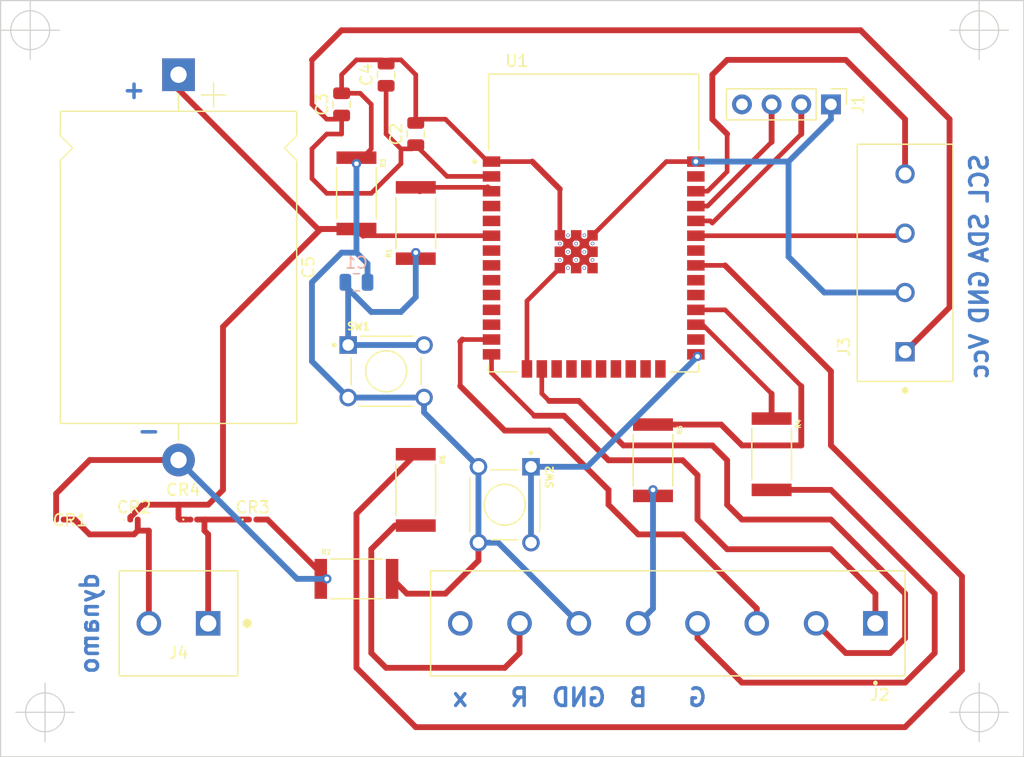
<source format=kicad_pcb>
(kicad_pcb (version 20211014) (generator pcbnew)
  (layers (0 "F.Cu" signal) (31 "B.Cu" signal) (34 "B.Paste" user) (35 "F.Paste" user) (36 "B.SilkS" user "B.Silkscreen") (37 "F.SilkS" user "F.Silkscreen") (38 "B.Mask" user) (39 "F.Mask" user) (44 "Edge.Cuts" user))
  (net 0 "")
  (net 1 "GND")
  (net 2 "Net-(C1-Pad2)")
  (net 3 "Voeding")
  (net 4 "Net-(C5-Pad1)")
  (net 5 "Net-(C5-Pad2)")
  (net 6 "Net-(J4-Pad2)")
  (net 7 "Net-(J4-Pad1)")
  (net 8 "Net-(J1-Pad2)")
  (net 9 "Net-(J1-Pad3)")
  (net 10 "+3V3")
  (net 11 "Net-(U1-Pad14)")
  (net 12 "Net-(U1-Pad16)")
  (net 13 "Net-(U1-Pad13)")
  (net 14 "Net-(J2-Pad4)")
  (net 15 "Net-(J2-Pad5)")
  (net 16 "Net-(J2-Pad7)")
  (net 18 "Net-(U1-Pad33)")
  (net 19 "Net-(U1-Pad36)")
  (net 20 "Net-(R1-Pad2)")
  (net 21 "Net-(U1-Pad27)")
  (net 22 "Net-(U1-Pad28)")
  (net 23 "Net-(U1-Pad31)")
  (net 24 "Net-(SW2-Pad1)")
  (footprint "Diode_SMD:D_0201_0603Metric" (layer "F.Cu") (at 127 68.58 180)
    (fp_text reference "CR1" (at -0.86 -0.05) (layer "F.SilkS"))
    (fp_text value "1N4148W-TP")
    (fp_circle (center -0.86 0) (end -0.81 0) (layer "F.SilkS") (width 0.1) (fill none))
    (pad "1" smd roundrect (at -0.32 0 180) (size 0.46 0.4) (layers "F.Cu" "F.Mask") (net 6 "Net-(J4-Pad2)"))
    (pad "2" smd roundrect (at 0.32 0 180) (size 0.46 0.4) (layers "F.Cu" "F.Mask") (net 5 "Net-(C5-Pad2)"))
  )
  (footprint "282837-4:TE_282837-4" (layer "F.Cu") (at 199.39 54.2125 90)
    (fp_text reference "J3" (at 0.4057 -5.22403 90) (layer "F.SilkS") (effects (font (size 1.001732 1.001732))))
    (fp_text value "pinnen lcd")
    (fp_line (start 17.78 4.1) (end -2.54 4.1) (layer "F.SilkS") (width 0.127))
    (fp_line (start -2.54 4.1) (end -2.54 -4.1) (layer "F.SilkS") (width 0.127))
    (fp_line (start 17.78 -4.1) (end 17.78 4.1) (layer "F.SilkS") (width 0.127))
    (fp_line (start -2.54 -4.1) (end 17.78 -4.1) (layer "F.SilkS") (width 0.127))
    (fp_circle (center -3.31 0) (end -3.16 0) (layer "F.SilkS") (width 0.3) (fill none))
    (pad "1" thru_hole rect locked (at 0 0 90) (size 1.65 1.65) (drill 1.1) (layers *.Cu *.Mask) (net 3 "Voeding"))
    (pad "2" thru_hole circle locked (at 5.08 0 90) (size 1.65 1.65) (drill 1.1) (layers *.Cu *.Mask) (net 1 "GND"))
    (pad "3" thru_hole circle locked (at 10.16 0 90) (size 1.65 1.65) (drill 1.1) (layers *.Cu *.Mask) (net 18 "Net-(U1-Pad33)"))
    (pad "4" thru_hole circle locked (at 15.24 0 90) (size 1.65 1.65) (drill 1.1) (layers *.Cu *.Mask) (net 19 "Net-(U1-Pad36)"))
  )
  (footprint "libraries:RESC6332X65N" (layer "F.Cu") (at 157.48 43.18 90)
    (fp_text reference "R1" (at -2.59 -2.3 90) (layer "F.SilkS") (effects (font (size 0.393701 0.393701))))
    (fp_text value "10k")
    (fp_line (start -2.2 -1.7) (end 2.2 -1.7) (layer "F.SilkS") (width 0.127))
    (fp_line (start -2.2 1.7) (end 2.2 1.7) (layer "F.SilkS") (width 0.127))
    (pad "1" smd rect locked (at -3.055 0 90) (size 1.07 3.42) (layers "F.Cu" "F.Paste" "F.Mask") (net 2 "Net-(C1-Pad2)"))
    (pad "2" smd rect locked (at 3.055 0 90) (size 1.07 3.42) (layers "F.Cu" "F.Paste" "F.Mask") (net 20 "Net-(R1-Pad2)"))
  )
  (footprint "libraries:RESC6332X65N" (layer "F.Cu") (at 157.48 66.04 -90)
    (fp_text reference "R6" (at -2.59 -2.3 90) (layer "F.SilkS") (effects (font (size 0.393701 0.393701))))
    (fp_text value "82")
    (fp_line (start -2.2 -1.7) (end 2.2 -1.7) (layer "F.SilkS") (width 0.127))
    (fp_line (start -2.2 1.7) (end 2.2 1.7) (layer "F.SilkS") (width 0.127))
    (pad "1" smd rect locked (at -3.055 0 270) (size 1.07 3.42) (layers "F.Cu" "F.Paste" "F.Mask") (net 23 "Net-(U1-Pad31)"))
    (pad "2" smd rect locked (at 3.055 0 270) (size 1.07 3.42) (layers "F.Cu" "F.Paste" "F.Mask") (net 16 "Net-(J2-Pad7)"))
  )
  (footprint "Capacitor_SMD:C_0805_2012Metric" (layer "F.Cu") (at 157.48 35.56 90)
    (fp_text reference "C2" (at 0 -1.68 90) (layer "F.SilkS"))
    (fp_text value "220u")
    (fp_line (start -0.261252 0.735) (end 0.261252 0.735) (layer "F.SilkS") (width 0.12))
    (fp_line (start -0.261252 -0.735) (end 0.261252 -0.735) (layer "F.SilkS") (width 0.12))
    (pad "1" smd roundrect (at -0.95 0 90) (size 1 1.45) (layers "F.Cu" "F.Paste" "F.Mask") (net 3 "Voeding"))
    (pad "2" smd roundrect (at 0.95 0 90) (size 1 1.45) (layers "F.Cu" "F.Paste" "F.Mask") (net 1 "GND"))
  )
  (footprint "Capacitor_THT:CP_Axial_L26.5mm_D20.0mm_P33.00mm_Horizontal" (layer "F.Cu") (at 137.16 30.48 -90)
    (fp_text reference "C5" (at 16.5 -11.12 90) (layer "F.SilkS"))
    (fp_text value "1000µ")
    (fp_line (start 5.23 -10.12) (end 6.28 -9.07) (layer "F.SilkS") (width 0.12))
    (fp_line (start 1.64 0) (end 3.13 0) (layer "F.SilkS") (width 0.12))
    (fp_line (start 1.73 -4.05) (end 1.73 -1.95) (layer "F.SilkS") (width 0.12))
    (fp_line (start 31.36 0) (end 29.87 0) (layer "F.SilkS") (width 0.12))
    (fp_line (start 0.68 -3) (end 2.78 -3) (layer "F.SilkS") (width 0.12))
    (fp_line (start 3.13 10.12) (end 5.23 10.12) (layer "F.SilkS") (width 0.12))
    (fp_line (start 29.87 -10.12) (end 29.87 10.12) (layer "F.SilkS") (width 0.12))
    (fp_line (start 3.13 -10.12) (end 5.23 -10.12) (layer "F.SilkS") (width 0.12))
    (fp_line (start 7.33 10.12) (end 29.87 10.12) (layer "F.SilkS") (width 0.12))
    (fp_line (start 7.33 -10.12) (end 29.87 -10.12) (layer "F.SilkS") (width 0.12))
    (fp_line (start 6.28 -9.07) (end 7.33 -10.12) (layer "F.SilkS") (width 0.12))
    (fp_line (start 3.13 -10.12) (end 3.13 10.12) (layer "F.SilkS") (width 0.12))
    (fp_line (start 6.28 9.07) (end 7.33 10.12) (layer "F.SilkS") (width 0.12))
    (fp_line (start 5.23 10.12) (end 6.28 9.07) (layer "F.SilkS") (width 0.12))
    (pad "1" thru_hole rect (at 0 0 270) (size 2.8 2.8) (drill 1.4) (layers *.Cu *.Mask) (net 4 "Net-(C5-Pad1)"))
    (pad "2" thru_hole oval (at 33 0 270) (size 2.8 2.8) (drill 1.4) (layers *.Cu *.Mask) (net 5 "Net-(C5-Pad2)"))
  )
  (footprint "libraries:TE_282841-2" (layer "F.Cu") (at 137.16 77.47 180)
    (fp_text reference "J4" (at 0 -2.54) (layer "F.SilkS") (effects (font (size 1.000984 1.000984))))
    (fp_text value "pinnen dynamo")
    (fp_line (start -5.08 -4.5) (end -5.08 4.5) (layer "F.SilkS") (width 0.127))
    (fp_line (start 5.08 -4.5) (end -5.08 -4.5) (layer "F.SilkS") (width 0.127))
    (fp_line (start 5.08 4.5) (end 5.08 -4.5) (layer "F.SilkS") (width 0.127))
    (fp_line (start -5.08 4.5) (end 5.08 4.5) (layer "F.SilkS") (width 0.127))
    (fp_circle (center -5.89 0) (end -5.69 0) (layer "F.SilkS") (width 0.4) (fill none))
    (pad "1" thru_hole rect locked (at -2.54 0 180) (size 2.1 2.1) (drill 1.4) (layers *.Cu *.Mask) (net 7 "Net-(J4-Pad1)"))
    (pad "2" thru_hole circle locked (at 2.54 0 180) (size 2.1 2.1) (drill 1.4) (layers *.Cu *.Mask) (net 6 "Net-(J4-Pad2)"))
  )
  (footprint "Diode_SMD:D_0201_0603Metric" (layer "F.Cu") (at 138.43 68.58)
    (fp_text reference "CR4" (at -0.86 -2.54) (layer "F.SilkS"))
    (fp_text value "1N4148W-TP")
    (fp_circle (center -0.86 0) (end -0.81 0) (layer "F.SilkS") (width 0.1) (fill none))
    (pad "1" smd roundrect (at -0.32 0) (size 0.46 0.4) (layers "F.Cu" "F.Mask") (net 4 "Net-(C5-Pad1)"))
    (pad "2" smd roundrect (at 0.32 0) (size 0.46 0.4) (layers "F.Cu" "F.Mask") (net 7 "Net-(J4-Pad1)"))
  )
  (footprint "Capacitor_SMD:C_0805_2012Metric" (layer "F.Cu") (at 151.13 33.02 90)
    (fp_text reference "C3" (at 0 -1.68 90) (layer "F.SilkS"))
    (fp_text value "22u")
    (fp_line (start -0.261252 0.735) (end 0.261252 0.735) (layer "F.SilkS") (width 0.12))
    (fp_line (start -0.261252 -0.735) (end 0.261252 -0.735) (layer "F.SilkS") (width 0.12))
    (pad "1" smd roundrect (at -0.95 0 90) (size 1 1.45) (layers "F.Cu" "F.Paste" "F.Mask") (net 3 "Voeding"))
    (pad "2" smd roundrect (at 0.95 0 90) (size 1 1.45) (layers "F.Cu" "F.Paste" "F.Mask") (net 1 "GND"))
  )
  (footprint "Capacitor_SMD:C_0805_2012Metric" (layer "F.Cu") (at 154.94 30.48 90)
    (fp_text reference "C4" (at 0 -1.68 90) (layer "F.SilkS"))
    (fp_text value "0.1u")
    (fp_line (start -0.261252 -0.735) (end 0.261252 -0.735) (layer "F.SilkS") (width 0.12))
    (fp_line (start -0.261252 0.735) (end 0.261252 0.735) (layer "F.SilkS") (width 0.12))
    (pad "1" smd roundrect (at -0.95 0 90) (size 1 1.45) (layers "F.Cu" "F.Paste" "F.Mask") (net 3 "Voeding"))
    (pad "2" smd roundrect (at 0.95 0 90) (size 1 1.45) (layers "F.Cu" "F.Paste" "F.Mask") (net 1 "GND"))
  )
  (footprint "libraries:RESC6332X65N" (layer "F.Cu") (at 177.8 63.5 -90)
    (fp_text reference "R5" (at -2.59 -2.3 90) (layer "F.SilkS") (effects (font (size 0.393701 0.393701))))
    (fp_text value "82")
    (fp_line (start -2.2 -1.7) (end 2.2 -1.7) (layer "F.SilkS") (width 0.127))
    (fp_line (start -2.2 1.7) (end 2.2 1.7) (layer "F.SilkS") (width 0.127))
    (pad "1" smd rect locked (at -3.055 0 270) (size 1.07 3.42) (layers "F.Cu" "F.Paste" "F.Mask") (net 22 "Net-(U1-Pad28)"))
    (pad "2" smd rect locked (at 3.055 0 270) (size 1.07 3.42) (layers "F.Cu" "F.Paste" "F.Mask") (net 15 "Net-(J2-Pad5)"))
  )
  (footprint "libraries:RESC6332X65N" (layer "F.Cu") (at 152.4 40.64 -90)
    (fp_text reference "R3" (at -2.59 -2.3 90) (layer "F.SilkS") (effects (font (size 0.393701 0.393701))))
    (fp_text value "120")
    (fp_line (start -2.2 1.7) (end 2.2 1.7) (layer "F.SilkS") (width 0.127))
    (fp_line (start -2.2 -1.7) (end 2.2 -1.7) (layer "F.SilkS") (width 0.127))
    (pad "1" smd rect locked (at -3.055 0 270) (size 1.07 3.42) (layers "F.Cu" "F.Paste" "F.Mask") (net 1 "GND"))
    (pad "2" smd rect locked (at 3.055 0 270) (size 1.07 3.42) (layers "F.Cu" "F.Paste" "F.Mask") (net 4 "Net-(C5-Pad1)"))
  )
  (footprint "libraries:SW_1825910-6-4" (layer "F.Cu") (at 165.1 67.31 -90)
    (fp_text reference "SW2" (at -2.3627 -3.844398 90) (layer "F.SilkS") (effects (font (size 0.630643 0.630643))))
    (fp_text value "BOOT")
    (fp_line (start -2.995 -1.15) (end -2.995 1.15) (layer "F.SilkS") (width 0.127))
    (fp_line (start 3 -1.15) (end 3 1.15) (layer "F.SilkS") (width 0.127))
    (fp_line (start -2.2 -2.995) (end 2.3 -2.995) (layer "F.SilkS") (width 0.127))
    (fp_line (start 2.3 2.995) (end -2.3 2.995) (layer "F.SilkS") (width 0.127))
    (fp_circle (center -4.445 -2.25) (end -4.345 -2.25) (layer "F.SilkS") (width 0.2) (fill none))
    (fp_circle (center 0 0) (end 1.755 0) (layer "F.SilkS") (width 0.127) (fill none))
    (pad "1" thru_hole rect locked (at -3.25 -2.25 270) (size 1.498 1.498) (drill 0.99) (layers *.Cu *.Mask) (net 24 "Net-(SW2-Pad1)"))
    (pad "2" thru_hole circle locked (at 3.25 -2.25 270) (size 1.498 1.498) (drill 0.99) (layers *.Cu *.Mask) (net 24 "Net-(SW2-Pad1)"))
    (pad "3" thru_hole circle locked (at -3.25 2.25 270) (size 1.498 1.498) (drill 0.99) (layers *.Cu *.Mask) (net 1 "GND"))
    (pad "4" thru_hole circle locked (at 3.25 2.25 270) (size 1.498 1.498) (drill 0.99) (layers *.Cu *.Mask) (net 1 "GND"))
  )
  (footprint "Diode_SMD:D_0201_0603Metric" (layer "F.Cu") (at 143.51 68.58)
    (fp_text reference "CR3" (at 0 -1.05) (layer "F.SilkS"))
    (fp_text value "1N4148W-TP")
    (fp_circle (center -0.86 0) (end -0.81 0) (layer "F.SilkS") (width 0.1) (fill none))
    (pad "1" smd roundrect (at -0.32 0) (size 0.46 0.4) (layers "F.Cu" "F.Mask") (net 7 "Net-(J4-Pad1)"))
    (pad "2" smd roundrect (at 0.32 0) (size 0.46 0.4) (layers "F.Cu" "F.Mask") (net 5 "Net-(C5-Pad2)"))
  )
  (footprint "libraries:XCVR_ESP32-WROOM-32E_(16MB)" (layer "F.Cu") (at 172.72 43.18)
    (fp_text reference "U1" (at -6.575 -13.885) (layer "F.SilkS"))
    (fp_text value "ESP32-WROOM-32E_(16MB)")
    (fp_line (start 6.55 12.75) (end 9 12.75) (layer "F.SilkS") (width 0.127))
    (fp_line (start -9 12.1) (end -9 12.75) (layer "F.SilkS") (width 0.127))
    (fp_line (start 9 12.75) (end 9 12.1) (layer "F.SilkS") (width 0.127))
    (fp_line (start -9 -12.75) (end 9 -12.75) (layer "F.SilkS") (width 0.127))
    (fp_line (start -9 -6.25) (end -9 -12.75) (layer "F.SilkS") (width 0.127))
    (fp_line (start -9 12.75) (end -6.55 12.75) (layer "F.SilkS") (width 0.127))
    (fp_line (start 9 -12.75) (end 9 -6.25) (layer "F.SilkS") (width 0.127))
    (fp_circle (center -10.2 -5.26) (end -10.1 -5.26) (layer "F.SilkS") (width 0.2) (fill none))
    (pad "1" smd rect locked (at -8.75 -5.26) (size 1.5 0.9) (layers "F.Cu" "F.Paste" "F.Mask") (net 1 "GND"))
    (pad "2" smd rect locked (at -8.75 -3.99) (size 1.5 0.9) (layers "F.Cu" "F.Paste" "F.Mask") (net 3 "Voeding"))
    (pad "3" smd rect locked (at -8.75 -2.72) (size 1.5 0.9) (layers "F.Cu" "F.Paste" "F.Mask") (net 20 "Net-(R1-Pad2)"))
    (pad "4" smd rect locked (at -8.75 -1.45) (size 1.5 0.9) (layers "F.Cu" "F.Paste" "F.Mask"))
    (pad "5" smd rect locked (at -8.75 -0.18) (size 1.5 0.9) (layers "F.Cu" "F.Paste" "F.Mask"))
    (pad "6" smd rect locked (at -8.75 1.09) (size 1.5 0.9) (layers "F.Cu" "F.Paste" "F.Mask") (net 4 "Net-(C5-Pad1)"))
    (pad "7" smd rect locked (at -8.75 2.36) (size 1.5 0.9) (layers "F.Cu" "F.Paste" "F.Mask"))
    (pad "8" smd rect locked (at -8.75 3.63) (size 1.5 0.9) (layers "F.Cu" "F.Paste" "F.Mask"))
    (pad "9" smd rect locked (at -8.75 4.9) (size 1.5 0.9) (layers "F.Cu" "F.Paste" "F.Mask"))
    (pad "10" smd rect locked (at -8.75 6.17) (size 1.5 0.9) (layers "F.Cu" "F.Paste" "F.Mask"))
    (pad "11" smd rect locked (at -8.75 7.44) (size 1.5 0.9) (layers "F.Cu" "F.Paste" "F.Mask"))
    (pad "12" smd rect locked (at -8.75 8.71) (size 1.5 0.9) (layers "F.Cu" "F.Paste" "F.Mask"))
    (pad "13" smd rect locked (at -8.75 9.98) (size 1.5 0.9) (layers "F.Cu" "F.Paste" "F.Mask") (net 13 "Net-(U1-Pad13)"))
    (pad "14" smd rect locked (at -8.75 11.25) (size 1.5 0.9) (layers "F.Cu" "F.Paste" "F.Mask") (net 11 "Net-(U1-Pad14)"))
    (pad "15" smd rect locked (at -5.715 12.5) (size 0.9 1.5) (layers "F.Cu" "F.Paste" "F.Mask") (net 1 "GND"))
    (pad "16" smd rect locked (at -4.445 12.5) (size 0.9 1.5) (layers "F.Cu" "F.Paste" "F.Mask") (net 12 "Net-(U1-Pad16)"))
    (pad "17" smd rect locked (at -3.175 12.5) (size 0.9 1.5) (layers "F.Cu" "F.Paste" "F.Mask"))
    (pad "18" smd rect locked (at -1.905 12.5) (size 0.9 1.5) (layers "F.Cu" "F.Paste" "F.Mask"))
    (pad "19" smd rect locked (at -0.635 12.5) (size 0.9 1.5) (layers "F.Cu" "F.Paste" "F.Mask"))
    (pad "20" smd rect locked (at 0.635 12.5) (size 0.9 1.5) (layers "F.Cu" "F.Paste" "F.Mask"))
    (pad "21" smd rect locked (at 1.905 12.5) (size 0.9 1.5) (layers "F.Cu" "F.Paste" "F.Mask"))
    (pad "22" smd rect locked (at 3.175 12.5) (size 0.9 1.5) (layers "F.Cu" "F.Paste" "F.Mask"))
    (pad "23" smd rect locked (at 4.445 12.5) (size 0.9 1.5) (layers "F.Cu" "F.Paste" "F.Mask"))
    (pad "24" smd rect locked (at 5.715 12.5) (size 0.9 1.5) (layers "F.Cu" "F.Paste" "F.Mask"))
    (pad "25" smd rect locked (at 8.75 11.25) (size 1.5 0.9) (layers "F.Cu" "F.Paste" "F.Mask") (net 24 "Net-(SW2-Pad1)"))
    (pad "26" smd rect locked (at 8.75 9.98) (size 1.5 0.9) (layers "F.Cu" "F.Paste" "F.Mask"))
    (pad "27" smd rect locked (at 8.75 8.71) (size 1.5 0.9) (layers "F.Cu" "F.Paste" "F.Mask") (net 21 "Net-(U1-Pad27)"))
    (pad "28" smd rect locked (at 8.75 7.44) (size 1.5 0.9) (layers "F.Cu" "F.Paste" "F.Mask") (net 22 "Net-(U1-Pad28)"))
    (pad "29" smd rect locked (at 8.75 6.17) (size 1.5 0.9) (layers "F.Cu" "F.Paste" "F.Mask"))
    (pad "30" smd rect locked (at 8.75 4.9) (size 1.5 0.9) (layers "F.Cu" "F.Paste" "F.Mask"))
    (pad "31" smd rect locked (at 8.75 3.63) (size 1.5 0.9) (layers "F.Cu" "F.Paste" "F.Mask") (net 23 "Net-(U1-Pad31)"))
    (pad "32" smd rect locked (at 8.75 2.36) (size 1.5 0.9) (layers "F.Cu" "F.Paste" "F.Mask"))
    (pad "33" smd rect locked (at 8.75 1.09) (size 1.5 0.9) (layers "F.Cu" "F.Paste" "F.Mask") (net 18 "Net-(U1-Pad33)"))
    (pad "34" smd rect locked (at 8.75 -0.18) (size 1.5 0.9) (layers "F.Cu" "F.Paste" "F.Mask") (net 8 "Net-(J1-Pad2)"))
    (pad "35" smd rect locked (at 8.75 -1.45) (size 1.5 0.9) (layers "F.Cu" "F.Paste" "F.Mask") (net 9 "Net-(J1-Pad3)"))
    (pad "36" smd rect locked (at 8.75 -2.72) (size 1.5 0.9) (layers "F.Cu" "F.Paste" "F.Mask") (net 19 "Net-(U1-Pad36)"))
    (pad "37" smd rect locked (at 8.75 -3.99) (size 1.5 0.9) (layers "F.Cu" "F.Paste" "F.Mask"))
    (pad "38" smd rect locked (at 8.75 -5.26) (size 1.5 0.9) (layers "F.Cu" "F.Paste" "F.Mask") (net 1 "GND"))
    (pad "39_1" smd rect locked (at -2.9 1.06) (size 0.9 0.9) (layers "F.Cu" "F.Paste" "F.Mask") (net 1 "GND"))
    (pad "39_2" smd rect locked (at -1.5 1.06) (size 0.9 0.9) (layers "F.Cu" "F.Paste" "F.Mask") (net 1 "GND"))
    (pad "39_3" smd rect locked (at -0.1 1.06) (size 0.9 0.9) (layers "F.Cu" "F.Paste" "F.Mask") (net 1 "GND"))
    (pad "39_4" smd rect locked (at -2.9 2.46) (size 0.9 0.9) (layers "F.Cu" "F.Paste" "F.Mask") (net 1 "GND"))
    (pad "39_5" smd rect locked (at -1.5 2.46) (size 0.9 0.9) (layers "F.Cu" "F.Paste" "F.Mask") (net 1 "GND"))
    (pad "39_6" smd rect locked (at -0.1 2.46) (size 0.9 0.9) (layers "F.Cu" "F.Paste" "F.Mask") (net 1 "GND"))
    (pad "39_7" smd rect locked (at -2.9 3.86) (size 0.9 0.9) (layers "F.Cu" "F.Paste" "F.Mask") (net 1 "GND"))
    (pad "39_8" smd rect locked (at -1.5 3.86) (size 0.9 0.9) (layers "F.Cu" "F.Paste" "F.Mask") (net 1 "GND"))
    (pad "39_9" smd rect locked (at -0.1 3.86) (size 0.9 0.9) (layers "F.Cu" "F.Paste" "F.Mask") (net 1 "GND"))
    (pad "39_10" thru_hole circle locked (at -2.2 1.06) (size 0.3 0.3) (drill 0.2) (layers *.Cu))
    (pad "39_11" thru_hole circle locked (at -0.8 1.06) (size 0.3 0.3) (drill 0.2) (layers *.Cu))
    (pad "39_12" thru_hole circle locked (at -2.9 1.76) (size 0.3 0.3) (drill 0.2) (layers *.Cu))
    (pad "39_13" thru_hole circle locked (at -1.5 1.76) (size 0.3 0.3) (drill 0.2) (layers *.Cu))
    (pad "39_14" thru_hole circle locked (at -0.1 1.76) (size 0.3 0.3) (drill 0.2) (layers *.Cu))
    (pad "39_15" thru_hole circle locked (at -2.2 2.46) (size 0.3 0.3) (drill 0.2) (layers *.Cu))
    (pad "39_16" thru_hole circle locked (at -0.8 2.46) (size 0.3 0.3) (drill 0.2) (layers *.Cu))
    (pad "39_17" thru_hole circle locked (at -2.9 3.16) (size 0.3 0.3) (drill 0.2) (layers *.Cu))
    (pad "39_18" thru_hole circle locked (at -1.5 3.16) (size 0.3 0.3) (drill 0.2) (layers *.Cu))
    (pad "39_19" thru_hole circle locked (at -0.1 3.16) (size 0.3 0.3) (drill 0.2) (layers *.Cu))
    (pad "39_20" thru_hole circle locked (at -2.2 3.86) (size 0.3 0.3) (drill 0.2) (layers *.Cu))
    (pad "39_21" thru_hole circle locked (at -0.8 3.86) (size 0.3 0.3) (drill 0.2) (layers *.Cu))
  )
  (footprint "libraries:RESC6332X65N" (layer "F.Cu") (at 187.96 62.985 -90)
    (fp_text reference "R4" (at -2.59 -2.3 90) (layer "F.SilkS") (effects (font (size 0.393701 0.393701))))
    (fp_text value "82")
    (fp_line (start -2.2 1.7) (end 2.2 1.7) (layer "F.SilkS") (width 0.127))
    (fp_line (start -2.2 -1.7) (end 2.2 -1.7) (layer "F.SilkS") (width 0.127))
    (pad "1" smd rect locked (at -3.055 0 270) (size 1.07 3.42) (layers "F.Cu" "F.Paste" "F.Mask") (net 21 "Net-(U1-Pad27)"))
    (pad "2" smd rect locked (at 3.055 0 270) (size 1.07 3.42) (layers "F.Cu" "F.Paste" "F.Mask") (net 14 "Net-(J2-Pad4)"))
  )
  (footprint "libraries:RESC6332X65N" (layer "F.Cu") (at 152.4 73.66)
    (fp_text reference "R2" (at -2.59 -2.3) (layer "F.SilkS") (effects (font (size 0.393701 0.393701))))
    (fp_text value "560")
    (fp_line (start -2.2 -1.7) (end 2.2 -1.7) (layer "F.SilkS") (width 0.127))
    (fp_line (start -2.2 1.7) (end 2.2 1.7) (layer "F.SilkS") (width 0.127))
    (pad "1" smd rect locked (at -3.055 0) (size 1.07 3.42) (layers "F.Cu" "F.Paste" "F.Mask") (net 5 "Net-(C5-Pad2)"))
    (pad "2" smd rect locked (at 3.055 0) (size 1.07 3.42) (layers "F.Cu" "F.Paste" "F.Mask") (net 1 "GND"))
  )
  (footprint "Diode_SMD:D_0201_0603Metric" (layer "F.Cu") (at 133.35 68.58)
    (fp_text reference "CR2" (at 0 -1.05) (layer "F.SilkS"))
    (fp_text value "1N4148W-TP")
    (fp_circle (center -0.86 0) (end -0.81 0) (layer "F.SilkS") (width 0.1) (fill none))
    (pad "1" smd roundrect locked (at -0.32 0) (size 0.46 0.4) (layers "F.Cu" "F.Mask") (net 4 "Net-(C5-Pad1)"))
    (pad "2" smd roundrect locked (at 0.32 0) (size 0.46 0.4) (layers "F.Cu" "F.Mask") (net 6 "Net-(J4-Pad2)"))
  )
  (footprint "libraries:TE_282841-8" (layer "F.Cu") (at 179.07 77.47 180)
    (fp_text reference "J2" (at -18.145 -6.135) (layer "F.SilkS"))
    (fp_text value "pinnen 3 witte leds, 1 rgb led")
    (fp_line (start 20.32 4.5) (end -20.32 4.5) (layer "F.SilkS") (width 0.127))
    (fp_line (start -20.32 4.5) (end -20.32 -4.5) (layer "F.SilkS") (width 0.127))
    (fp_line (start -20.32 -4.5) (end 20.32 -4.5) (layer "F.SilkS") (width 0.127))
    (fp_line (start 20.32 -4.5) (end 20.32 4.5) (layer "F.SilkS") (width 0.127))
    (fp_circle (center -17.78 -5.1) (end -17.68 -5.1) (layer "F.SilkS") (width 0.2) (fill none))
    (pad "1" thru_hole rect locked (at -17.78 0 180) (size 2.1 2.1) (drill 1.4) (layers *.Cu *.Mask) (net 11 "Net-(U1-Pad14)"))
    (pad "2" thru_hole circle locked (at -12.7 0 180) (size 2.1 2.1) (drill 1.4) (layers *.Cu *.Mask) (net 12 "Net-(U1-Pad16)"))
    (pad "3" thru_hole circle locked (at -7.62 0 180) (size 2.1 2.1) (drill 1.4) (layers *.Cu *.Mask) (net 13 "Net-(U1-Pad13)"))
    (pad "4" thru_hole circle locked (at -2.54 0 180) (size 2.1 2.1) (drill 1.4) (layers *.Cu *.Mask) (net 14 "Net-(J2-Pad4)"))
    (pad "5" thru_hole circle locked (at 2.54 0 180) (size 2.1 2.1) (drill 1.4) (layers *.Cu *.Mask) (net 15 "Net-(J2-Pad5)"))
    (pad "6" thru_hole circle locked (at 7.62 0 180) (size 2.1 2.1) (drill 1.4) (layers *.Cu *.Mask) (net 1 "GND"))
    (pad "7" thru_hole circle locked (at 12.7 0 180) (size 2.1 2.1) (drill 1.4) (layers *.Cu *.Mask) (net 16 "Net-(J2-Pad7)"))
    (pad "8" thru_hole circle locked (at 17.78 0 180) (size 2.1 2.1) (drill 1.4) (layers *.Cu *.Mask))
  )
  (footprint "Connector_PinHeader_2.54mm:PinHeader_1x04_P2.54mm_Vertical" (layer "F.Cu") (at 193.04 33.02 -90)
    (fp_text reference "J1" (at 0 -2.33 90) (layer "F.SilkS"))
    (fp_text value "Conn_01x04_Female")
    (fp_line (start -1.33 1.27) (end 1.33 1.27) (layer "F.SilkS") (width 0.12))
    (fp_line (start -1.33 0) (end -1.33 -1.33) (layer "F.SilkS") (width 0.12))
    (fp_line (start 1.33 1.27) (end 1.33 8.95) (layer "F.SilkS") (width 0.12))
    (fp_line (start -1.33 1.27) (end -1.33 8.95) (layer "F.SilkS") (width 0.12))
    (fp_line (start -1.33 -1.33) (end 0 -1.33) (layer "F.SilkS") (width 0.12))
    (fp_line (start -1.33 8.95) (end 1.33 8.95) (layer "F.SilkS") (width 0.12))
    (pad "1" thru_hole rect (at 0 0 270) (size 1.7 1.7) (drill 1) (layers *.Cu *.Mask) (net 1 "GND"))
    (pad "2" thru_hole oval (at 0 2.54 270) (size 1.7 1.7) (drill 1) (layers *.Cu *.Mask) (net 8 "Net-(J1-Pad2)"))
    (pad "3" thru_hole oval (at 0 5.08 270) (size 1.7 1.7) (drill 1) (layers *.Cu *.Mask) (net 9 "Net-(J1-Pad3)"))
    (pad "4" thru_hole oval (at 0 7.62 270) (size 1.7 1.7) (drill 1) (layers *.Cu *.Mask) (net 10 "+3V3"))
  )
  (footprint "libraries:SW_1825910-6-4" (layer "F.Cu") (at 154.94 55.88)
    (fp_text reference "SW1" (at -2.3627 -3.844398) (layer "F.SilkS") (effects (font (size 0.630643 0.630643))))
    (fp_text value "ENABLE")
    (fp_line (start 2.3 2.995) (end -2.3 2.995) (layer "F.SilkS") (width 0.127))
    (fp_line (start 3 -1.15) (end 3 1.15) (layer "F.SilkS") (width 0.127))
    (fp_line (start -2.2 -2.995) (end 2.3 -2.995) (layer "F.SilkS") (width 0.127))
    (fp_line (start -2.995 -1.15) (end -2.995 1.15) (layer "F.SilkS") (width 0.127))
    (fp_circle (center -4.445 -2.25) (end -4.345 -2.25) (layer "F.SilkS") (width 0.2) (fill none))
    (fp_circle (center 0 0) (end 1.755 0) (layer "F.SilkS") (width 0.127) (fill none))
    (pad "1" thru_hole rect locked (at -3.25 -2.25) (size 1.498 1.498) (drill 0.99) (layers *.Cu *.Mask) (net 2 "Net-(C1-Pad2)"))
    (pad "2" thru_hole circle locked (at 3.25 -2.25) (size 1.498 1.498) (drill 0.99) (layers *.Cu *.Mask) (net 2 "Net-(C1-Pad2)"))
    (pad "3" thru_hole circle locked (at -3.25 2.25) (size 1.498 1.498) (drill 0.99) (layers *.Cu *.Mask) (net 1 "GND"))
    (pad "4" thru_hole circle locked (at 3.25 2.25) (size 1.498 1.498) (drill 0.99) (layers *.Cu *.Mask) (net 1 "GND"))
  )
  (footprint "Capacitor_SMD:C_0805_2012Metric" (layer "B.Cu") (at 152.4 48.26 180)
    (fp_text reference "C1" (at 0 1.68) (layer "B.SilkS") (effects (justify mirror)))
    (fp_text value "1u")
    (fp_line (start -0.261252 -0.735) (end 0.261252 -0.735) (layer "B.SilkS") (width 0.12))
    (fp_line (start -0.261252 0.735) (end 0.261252 0.735) (layer "B.SilkS") (width 0.12))
    (pad "1" smd roundrect locked (at -0.95 0 180) (size 1 1.45) (layers "B.Cu" "B.Paste" "B.Mask") (net 1 "GND"))
    (pad "2" smd roundrect locked (at 0.95 0 180) (size 1 1.45) (layers "B.Cu" "B.Paste" "B.Mask") (net 2 "Net-(C1-Pad2)"))
  )
  (gr_rect (start 121.92 24.13) (end 209.55 88.9) (layer "Edge.Cuts") (width 0.1) (fill none))
  (gr_text "dynamo" (at 129.54 77.47 90) (layer "B.Cu") (effects (font (size 1.5 1.5) (thickness 0.3)) (justify mirror)))
  (gr_text "Vcc" (at 205.74 54.61 90) (layer "B.Cu") (effects (font (size 1.5 1.5) (thickness 0.3)) (justify mirror)))
  (gr_text "GND" (at 171.45 83.82) (layer "B.Cu") (effects (font (size 1.5 1.5) (thickness 0.3)) (justify mirror)))
  (gr_text "B" (at 176.53 83.82) (layer "B.Cu") (effects (font (size 1.5 1.5) (thickness 0.3)) (justify mirror)))
  (gr_text "-\n" (at 134.62 60.96) (layer "B.Cu") (effects (font (size 1.5 1.5) (thickness 0.3)) (justify mirror)))
  (gr_text "GND" (at 205.74 49.53 90) (layer "B.Cu") (effects (font (size 1.5 1.5) (thickness 0.3)) (justify mirror)))
  (gr_text "R" (at 166.37 83.82) (layer "B.Cu") (effects (font (size 1.5 1.5) (thickness 0.3)) (justify mirror)))
  (gr_text "SCL" (at 205.74 39.37 90) (layer "B.Cu") (effects (font (size 1.5 1.5) (thickness 0.3)) (justify mirror)))
  (gr_text "+" (at 133.35 31.75) (layer "B.Cu") (effects (font (size 1.5 1.5) (thickness 0.3)) (justify mirror)))
  (gr_text "G" (at 181.61 83.82) (layer "B.Cu") (effects (font (size 1.5 1.5) (thickness 0.3)) (justify mirror)))
  (gr_text "SDA" (at 205.74 44.45 90) (layer "B.Cu") (effects (font (size 1.5 1.5) (thickness 0.3)) (justify mirror)))
  (gr_text "x" (at 161.29 83.82) (layer "B.Cu") (effects (font (size 1.5 1.5) (thickness 0.3)) (justify mirror)))
  (target plus (at 205.74 85.09) (size 5) (width 0.1) (layer "Edge.Cuts"))
  (target plus (at 125.73 85.09) (size 5) (width 0.1) (layer "Edge.Cuts"))
  (target plus (at 124.46 26.67) (size 5) (width 0.1) (layer "Edge.Cuts"))
  (target plus (at 205.74 26.67) (size 5) (width 0.1) (layer "Edge.Cuts"))
  (segment (start 172.125479 46.545479) (end 172.125479 46.134521) (width 0.4) (layer "F.Cu") (net 1))
  (segment (start 160.02 34.29) (end 157.8 34.29) (width 0.4) (layer "F.Cu") (net 1))
  (segment (start 169.82 40.28) (end 167.46 37.92) (width 0.5) (layer "F.Cu") (net 1))
  (segment (start 169.82 47.04) (end 167.005 49.855) (width 0.4) (layer "F.Cu") (net 1))
  (segment (start 156.21 29.21) (end 155.26 29.21) (width 0.4) (layer "F.Cu") (net 1))
  (segment (start 170.725479 44.734521) (end 171.22 44.24) (width 0.4) (layer "F.Cu") (net 1))
  (segment (start 170.314521 46.134521) (end 170.314521 46.54612) (width 0.4) (layer "F.Cu") (net 1))
  (segment (start 171.22 47.04) (end 171.714521 46.545479) (width 0.4) (layer "F.Cu") (net 1))
  (segment (start 170.725479 45.145479) (end 170.314521 45.145479) (width 0.4) (layer "F.Cu") (net 1))
  (segment (start 169.82 44.24) (end 169.820641 44.24) (width 0.4) (layer "F.Cu") (net 1))
  (segment (start 170.725479 46.545479) (end 171.22 47.04) (width 0.4) (layer "F.Cu") (net 1))
  (segment (start 171.715162 46.134521) (end 172.125479 46.134521) (width 0.4) (layer "F.Cu") (net 1))
  (segment (start 172.125479 45.145479) (end 172.125479 44.734521) (width 0.4) (layer "F.Cu") (net 1))
  (segment (start 172.125479 44.734521) (end 172.62 44.24) (width 0.4) (layer "F.Cu") (net 1))
  (segment (start 171.714521 45.145479) (end 172.125479 45.145479) (width 0.4) (layer "F.Cu") (net 1))
  (segment (start 171.22 44.24) (end 171.714521 44.734521) (width 0.4) (layer "F.Cu") (net 1))
  (segment (start 167.46 37.92) (end 163.97 37.92) (width 0.4) (layer "F.Cu") (net 1))
  (segment (start 152.4 38.1) (end 153.67 36.83) (width 0.4) (layer "F.Cu") (net 1))
  (segment (start 170.314521 46.54612) (end 170.025479 46.835162) (width 0.4) (layer "F.Cu") (net 1))
  (segment (start 172.62 45.64) (end 172.125479 45.145479) (width 0.4) (layer "F.Cu") (net 1))
  (segment (start 171.22 45.64) (end 170.725479 45.145479) (width 0.4) (layer "F.Cu") (net 1))
  (segment (start 170.314521 45.145479) (end 169.82 45.64) (width 0.4) (layer "F.Cu") (net 1))
  (segment (start 169.82 44.24) (end 169.82 40.28) (width 0.4) (layer "F.Cu") (net 1))
  (segment (start 170.314521 45.145479) (end 170.314521 44.734521) (width 0.4) (layer "F.Cu") (net 1))
  (segment (start 170.314521 46.134521) (end 170.725479 46.134521) (width 0.4) (layer "F.Cu") (net 1))
  (segment (start 163.97 37.92) (end 163.65 37.92) (width 0.5) (layer "F.Cu") (net 1))
  (segment (start 178.94 37.92) (end 181.47 37.92) (width 0.4) (layer "F.Cu") (net 1))
  (segment (start 171.219359 45.64) (end 170.724838 45.145479) (width 0.4) (layer "F.Cu") (net 1))
  (segment (start 170.724838 45.145479) (end 170.724838 44.735162) (width 0.4) (layer "F.Cu") (net 1))
  (segment (start 152.72 32.07) (end 151.13 32.07) (width 0.4) (layer "F.Cu") (net 1))
  (segment (start 171.714521 46.134521) (end 171.22 45.64) (width 0.4) (layer "F.Cu") (net 1))
  (segment (start 171.22 45.64) (end 171.714521 45.145479) (width 0.4) (layer "F.Cu") (net 1))
  (segment (start 170.725479 46.134521) (end 171.22 45.64) (width 0.4) (layer "F.Cu") (net 1))
  (segment (start 170.314521 44.734521) (end 170.725479 44.734521) (width 0.4) (layer "F.Cu") (net 1))
  (segment (start 153.67 33.02) (end 152.72 32.07) (width 0.4) (layer "F.Cu") (net 1))
  (segment (start 172.62 47.04) (end 172.125479 46.545479) (width 0.4) (layer "F.Cu") (net 1))
  (segment (start 169.82 44.24) (end 170.314521 44.734521) (width 0.4) (layer "F.Cu") (net 1))
  (segment (start 172.125479 46.545479) (end 171.714521 46.545479) (width 0.4) (layer "F.Cu") (net 1))
  (segment (start 162.85 72.1) (end 162.85 70.56) (width 0.5) (layer "F.Cu") (net 1))
  (segment (start 171.22 45.64) (end 171.219359 45.64) (width 0.4) (layer "F.Cu") (net 1))
  (segment (start 171.714521 44.734521) (end 172.125479 44.734521) (width 0.4) (layer "F.Cu") (net 1))
  (segment (start 172.83 44.45) (end 172.72 44.45) (width 0.4) (layer "F.Cu") (net 1))
  (segment (start 163.65 37.92) (end 160.02 34.29) (width 0.4) (layer "F.Cu") (net 1))
  (segment (start 167.005 49.855) (end 167.005 55.68) (width 0.4) (layer "F.Cu") (net 1))
  (segment (start 169.975479 47.04) (end 169.82 47.04) (width 0.4) (layer "F.Cu") (net 1))
  (segment (start 151.13 30.48) (end 152.4 29.21) (width 0.4) (layer "F.Cu") (net 1))
  (segment (start 152.4 29.21) (end 154.62 29.21) (width 0.4) (layer "F.Cu") (net 1))
  (segment (start 157.48 34.61) (end 157.48 30.48) (width 0.4) (layer "F.Cu") (net 1))
  (segment (start 170.314521 46.545479) (end 170.725479 46.545479) (width 0.4) (layer "F.Cu") (net 1))
  (segment (start 172.125479 46.134521) (end 172.62 45.64) (width 0.4) (layer "F.Cu") (net 1))
  (segment (start 155.455 73.66) (end 156.725 74.93) (width 0.5) (layer "F.Cu") (net 1))
  (segment (start 170.724838 44.735162) (end 171.22 44.24) (width 0.4) (layer "F.Cu") (net 1))
  (segment (start 169.820641 44.24) (end 170.105321 44.52468) (width 0.4) (layer "F.Cu") (net 1))
  (segment (start 171.220641 45.64) (end 171.715162 46.134521) (width 0.4) (layer "F.Cu") (net 1))
  (segment (start 170.725479 46.135162) (end 170.725479 46.545479) (width 0.4) (layer "F.Cu") (net 1))
  (segment (start 172.62 44.24) (end 178.94 37.92) (width 0.4) (layer "F.Cu") (net 1))
  (segment (start 157.48 30.48) (end 156.21 29.21) (width 0.4) (layer "F.Cu") (net 1))
  (segment (start 171.220641 45.64) (end 170.725479 46.135162) (width 0.4) (layer "F.Cu") (net 1))
  (segment (start 170.724838 45.145479) (end 170.314521 45.145479) (width 0.4) (layer "F.Cu") (net 1))
  (segment (start 153.67 36.83) (end 153.67 33.02) (width 0.4) (layer "F.Cu") (net 1))
  (segment (start 160.02 74.93) (end 162.85 72.1) (width 0.5) (layer "F.Cu") (net 1))
  (segment (start 151.13 32.07) (end 151.13 30.48) (width 0.4) (layer "F.Cu") (net 1))
  (segment (start 156.725 74.93) (end 160.02 74.93) (width 0.5) (layer "F.Cu") (net 1))
  (segment (start 170.025479 46.835162) (end 170.025479 46.99) (width 0.4) (layer "F.Cu") (net 1))
  (segment (start 171.714521 46.545479) (end 171.714521 46.134521) (width 0.4) (layer "F.Cu") (net 1))
  (segment (start 171.714521 45.145479) (end 171.714521 44.734521) (width 0.4) (layer "F.Cu") (net 1))
  (segment (start 171.22 45.64) (end 171.220641 45.64) (width 0.4) (layer "F.Cu") (net 1))
  (segment (start 169.82 47.04) (end 170.314521 46.545479) (width 0.4) (layer "F.Cu") (net 1))
  (segment (start 155.26 29.21) (end 154.94 29.53) (width 0.4) (layer "F.Cu") (net 1))
  (segment (start 170.025479 46.99) (end 169.975479 47.04) (width 0.4) (layer "F.Cu") (net 1))
  (segment (start 169.82 45.64) (end 170.314521 46.134521) (width 0.4) (layer "F.Cu") (net 1))
  (via (at 152.4 38.1) (size 0.8) (drill 0.4) (layers "F.Cu" "B.Cu") (net 1))
  (via (at 181.47 37.92) (size 0.8) (drill 0.4) (layers "F.Cu" "B.Cu") (net 1))
  (segment (start 151.69 58.13) (end 158.19 58.13) (width 0.5) (layer "B.Cu") (net 1))
  (segment (start 152.4 45.72) (end 152.4 38.1) (width 0.5) (layer "B.Cu") (net 1))
  (segment (start 158.19 58.13) (end 158.19 59.4) (width 0.5) (layer "B.Cu") (net 1))
  (segment (start 151.13 45.72) (end 148.59 48.26) (width 0.5) (layer "B.Cu") (net 1))
  (segment (start 158.19 59.4) (end 162.85 64.06) (width 0.5) (layer "B.Cu") (net 1))
  (segment (start 189.41 37.92) (end 193.04 34.29) (width 0.5) (layer "B.Cu") (net 1))
  (segment (start 189.41 46.073998) (end 192.468502 49.1325) (width 0.5) (layer "B.Cu") (net 1))
  (segment (start 181.47 37.92) (end 189.41 37.92) (width 0.5) (layer "B.Cu") (net 1))
  (segment (start 164.54 70.56) (end 171.45 77.47) (width 0.5) (layer "B.Cu") (net 1))
  (segment (start 152.4 45.72) (end 151.13 45.72) (width 0.5) (layer "B.Cu") (net 1))
  (segment (start 162.85 70.56) (end 164.54 70.56) (width 0.5) (layer "B.Cu") (net 1))
  (segment (start 189.41 37.92) (end 189.41 46.073998) (width 0.5) (layer "B.Cu") (net 1))
  (segment (start 192.468502 49.1325) (end 199.39 49.1325) (width 0.5) (layer "B.Cu") (net 1))
  (segment (start 153.35 48.26) (end 153.35 46.67) (width 0.5) (layer "B.Cu") (net 1))
  (segment (start 148.59 55.03) (end 151.69 58.13) (width 0.5) (layer "B.Cu") (net 1))
  (segment (start 193.04 34.29) (end 193.04 33.02) (width 0.5) (layer "B.Cu") (net 1))
  (segment (start 148.59 48.26) (end 148.59 55.03) (width 0.5) (layer "B.Cu") (net 1))
  (segment (start 162.85 70.56) (end 162.85 64.06) (width 0.5) (layer "B.Cu") (net 1))
  (segment (start 153.35 46.67) (end 152.4 45.72) (width 0.5) (layer "B.Cu") (net 1))
  (via (at 157.48 45.72) (size 0.8) (drill 0.4) (layers "F.Cu" "B.Cu") (net 2))
  (segment (start 151.69 48.5) (end 151.45 48.26) (width 0.5) (layer "B.Cu") (net 2))
  (segment (start 153.67 50.8) (end 156.21 50.8) (width 0.5) (layer "B.Cu") (net 2))
  (segment (start 151.45 48.58) (end 153.67 50.8) (width 0.5) (layer "B.Cu") (net 2))
  (segment (start 151.45 48.26) (end 151.45 48.58) (width 0.5) (layer "B.Cu") (net 2))
  (segment (start 157.48 49.53) (end 157.48 45.72) (width 0.5) (layer "B.Cu") (net 2))
  (segment (start 158.19 53.63) (end 151.69 53.63) (width 0.5) (layer "B.Cu") (net 2))
  (segment (start 151.69 53.63) (end 151.69 48.5) (width 0.5) (layer "B.Cu") (net 2))
  (segment (start 156.21 50.8) (end 157.48 49.53) (width 0.5) (layer "B.Cu") (net 2))
  (segment (start 148.59 39.37) (end 149.86 40.64) (width 0.4) (layer "F.Cu") (net 3))
  (segment (start 148.59 36.83) (end 148.59 39.37) (width 0.4) (layer "F.Cu") (net 3))
  (segment (start 163.97 39.19) (end 160.16 39.19) (width 0.4) (layer "F.Cu") (net 3))
  (segment (start 151.13 35.56) (end 149.86 35.56) (width 0.4) (layer "F.Cu") (net 3))
  (segment (start 150.81 34.29) (end 149.86 34.29) (width 0.4) (layer "F.Cu") (net 3))
  (segment (start 148.59 33.02) (end 148.59 29.21) (width 0.4) (layer "F.Cu") (net 3))
  (segment (start 149.86 35.56) (end 148.59 36.83) (width 0.4) (layer "F.Cu") (net 3))
  (segment (start 148.59 29.21) (end 151.13 26.67) (width 0.5) (layer "F.Cu") (net 3))
  (segment (start 151.13 26.67) (end 195.58 26.67) (width 0.5) (layer "F.Cu") (net 3))
  (segment (start 156.21 38.1) (end 156.21 36.83) (width 0.4) (layer "F.Cu") (net 3))
  (segment (start 149.86 34.29) (end 148.59 33.02) (width 0.4) (layer "F.Cu") (net 3))
  (segment (start 195.58 26.67) (end 203.2 34.29) (width 0.5) (layer "F.Cu") (net 3))
  (segment (start 149.86 40.64) (end 153.67 40.64) (width 0.4) (layer "F.Cu") (net 3))
  (segment (start 203.2 34.29) (end 203.2 50.4025) (width 0.5) (layer "F.Cu") (net 3))
  (segment (start 154.94 35.56) (end 156.21 36.83) (width 0.4) (layer "F.Cu") (net 3))
  (segment (start 160.16 39.19) (end 157.48 36.51) (width 0.4) (layer "F.Cu") (net 3))
  (segment (start 153.67 40.64) (end 156.21 38.1) (width 0.4) (layer "F.Cu") (net 3))
  (segment (start 154.94 31.43) (end 154.94 35.56) (width 0.4) (layer "F.Cu") (net 3))
  (segment (start 203.2 50.4025) (end 199.39 54.2125) (width 0.5) (layer "F.Cu") (net 3))
  (segment (start 151.13 33.97) (end 151.13 35.56) (width 0.4) (layer "F.Cu") (net 3))
  (segment (start 156.21 36.83) (end 157.16 36.83) (width 0.4) (layer "F.Cu") (net 3))
  (segment (start 137.16 68.453) (end 137.287 68.58) (width 0.5) (layer "F.Cu") (net 4))
  (segment (start 163.97 44.27) (end 152.975 44.27) (width 0.4) (layer "F.Cu") (net 4))
  (segment (start 137.287 68.58) (end 137.85048 68.58) (width 0.5) (layer "F.Cu") (net 4))
  (segment (start 152.4 43.695) (end 149.105 43.695) (width 0.5) (layer "F.Cu") (net 4))
  (segment (start 152.975 44.27) (end 152.4 43.695) (width 0.5) (layer "F.Cu") (net 4))
  (segment (start 152.4 43.695) (end 149.345 43.695) (width 0.5) (layer "F.Cu") (net 4))
  (segment (start 149.345 43.695) (end 140.97 52.07) (width 0.5) (layer "F.Cu") (net 4))
  (segment (start 134.109639 67.31) (end 137.16 67.31) (width 0.5) (layer "F.Cu") (net 4))
  (segment (start 139.7 67.31) (end 137.16 67.31) (width 0.5) (layer "F.Cu") (net 4))
  (segment (start 138.19548 68.58) (end 138.11 68.58) (width 0.5) (layer "F.Cu") (net 4))
  (segment (start 137.16 31.75) (end 137.16 30.48) (width 0.5) (layer "F.Cu") (net 4))
  (segment (start 133.03 68.58) (end 133.03 68.389639) (width 0.5) (layer "F.Cu") (net 4))
  (segment (start 137.16 67.31) (end 137.16 68.453) (width 0.5) (layer "F.Cu") (net 4))
  (segment (start 149.105 43.695) (end 137.16 31.75) (width 0.5) (layer "F.Cu") (net 4))
  (segment (start 140.97 66.04) (end 139.7 67.31) (width 0.5) (layer "F.Cu") (net 4))
  (segment (start 133.03 68.389639) (end 134.109639 67.31) (width 0.5) (layer "F.Cu") (net 4))
  (segment (start 140.97 52.07) (end 140.97 66.04) (width 0.5) (layer "F.Cu") (net 4))
  (segment (start 129.56 63.48) (end 137.16 63.48) (width 0.5) (layer "F.Cu") (net 5))
  (segment (start 144.78 68.58) (end 149.86 73.66) (width 0.5) (layer "F.Cu") (net 5))
  (segment (start 126.68 68.58) (end 126.68 66.36) (width 0.5) (layer "F.Cu") (net 5))
  (segment (start 143.83 68.58) (end 144.78 68.58) (width 0.5) (layer "F.Cu") (net 5))
  (segment (start 126.68 66.36) (end 129.56 63.48) (width 0.5) (layer "F.Cu") (net 5))
  (via (at 149.86 73.66) (size 0.8) (drill 0.4) (layers "F.Cu" "B.Cu") (net 5))
  (segment (start 137.16 63.5) (end 147.32 73.66) (width 0.5) (layer "B.Cu") (net 5))
  (segment (start 137.16 63.48) (end 137.16 63.5) (width 0.5) (layer "B.Cu") (net 5))
  (segment (start 147.32 73.66) (end 149.86 73.66) (width 0.5) (layer "B.Cu") (net 5))
  (segment (start 133.35 69.85) (end 133.67 69.53) (width 0.5) (layer "F.Cu") (net 6))
  (segment (start 128.27 68.58) (end 129.54 69.85) (width 0.5) (layer "F.Cu") (net 6))
  (segment (start 134.62 69.53) (end 133.67 69.53) (width 0.5) (layer "F.Cu") (net 6))
  (segment (start 127.32 68.58) (end 128.27 68.58) (width 0.5) (layer "F.Cu") (net 6))
  (segment (start 129.54 69.85) (end 133.35 69.85) (width 0.5) (layer "F.Cu") (net 6))
  (segment (start 133.67 69.53) (end 133.67 68.58) (width 0.5) (layer "F.Cu") (net 6))
  (segment (start 134.62 77.47) (end 134.62 69.53) (width 0.5) (layer "F.Cu") (net 6))
  (segment (start 139.446 68.58) (end 138.75 68.58) (width 0.5) (layer "F.Cu") (net 7))
  (segment (start 139.38 69.53) (end 139.38 68.646) (width 0.5) (layer "F.Cu") (net 7))
  (segment (start 139.7 69.85) (end 139.7 77.47) (width 0.5) (layer "F.Cu") (net 7))
  (segment (start 143.19 68.58) (end 139.446 68.58) (width 0.5) (layer "F.Cu") (net 7))
  (segment (start 139.38 68.646) (end 139.446 68.58) (width 0.5) (layer "F.Cu") (net 7))
  (segment (start 139.38 69.53) (end 139.7 69.85) (width 0.5) (layer "F.Cu") (net 7))
  (segment (start 182.7 43) (end 181.47 43) (width 0.4) (layer "F.Cu") (net 8))
  (segment (start 190.5 33.02) (end 190.5 35.56) (width 0.5) (layer "F.Cu") (net 8))
  (segment (start 190.5 35.56) (end 182.88 43.18) (width 0.4) (layer "F.Cu") (net 8))
  (segment (start 182.88 43.18) (end 182.7 43) (width 0.4) (layer "F.Cu") (net 8))
  (segment (start 182.47 41.73) (end 181.47 41.73) (width 0.4) (layer "F.Cu") (net 9))
  (segment (start 187.96 33.02) (end 187.96 36.24) (width 0.5) (layer "F.Cu") (net 9))
  (segment (start 187.96 36.24) (end 182.47 41.73) (width 0.4) (layer "F.Cu") (net 9))
  (segment (start 170.18 59.69) (end 167.64 59.69) (width 0.5) (layer "F.Cu") (net 11))
  (segment (start 163.97 56.02) (end 163.97 54.43) (width 0.4) (layer "F.Cu") (net 11))
  (segment (start 196.85 77.47) (end 196.85 74.93) (width 0.5) (layer "F.Cu") (net 11))
  (segment (start 181.61 64.77) (end 180.34 63.5) (width 0.5) (layer "F.Cu") (net 11))
  (segment (start 184.15 71.12) (end 181.61 68.58) (width 0.5) (layer "F.Cu") (net 11))
  (segment (start 193.04 71.12) (end 184.15 71.12) (width 0.5) (layer "F.Cu") (net 11))
  (segment (start 180.34 63.5) (end 173.99 63.5) (width 0.5) (layer "F.Cu") (net 11))
  (segment (start 181.61 68.58) (end 181.61 64.77) (width 0.5) (layer "F.Cu") (net 11))
  (segment (start 173.99 63.5) (end 170.18 59.69) (width 0.5) (layer "F.Cu") (net 11))
  (segment (start 196.85 74.93) (end 193.04 71.12) (width 0.5) (layer "F.Cu") (net 11))
  (segment (start 167.64 59.69) (end 163.97 56.02) (width 0.4) (layer "F.Cu") (net 11))
  (segment (start 175.26 62.23) (end 171.45 58.42) (width 0.5) (layer "F.Cu") (net 12))
  (segment (start 184.15 63.5) (end 182.88 62.23) (width 0.5) (layer "F.Cu") (net 12))
  (segment (start 182.88 62.23) (end 175.26 62.23) (width 0.5) (layer "F.Cu") (net 12))
  (segment (start 171.45 58.42) (end 168.91 58.42) (width 0.5) (layer "F.Cu") (net 12))
  (segment (start 168.91 58.42) (end 168.275 57.785) (width 0.4) (layer "F.Cu") (net 12))
  (segment (start 184.15 67.31) (end 184.15 63.5) (width 0.5) (layer "F.Cu") (net 12))
  (segment (start 199.39 74.93) (end 193.04 68.58) (width 0.5) (layer "F.Cu") (net 12))
  (segment (start 193.04 68.58) (end 185.42 68.58) (width 0.5) (layer "F.Cu") (net 12))
  (segment (start 185.42 68.58) (end 184.15 67.31) (width 0.5) (layer "F.Cu") (net 12))
  (segment (start 191.77 77.47) (end 194.31 80.01) (width 0.5) (layer "F.Cu") (net 12))
  (segment (start 194.31 80.01) (end 198.12 80.01) (width 0.5) (layer "F.Cu") (net 12))
  (segment (start 198.12 80.01) (end 199.39 78.74) (width 0.5) (layer "F.Cu") (net 12))
  (segment (start 168.275 57.785) (end 168.275 55.68) (width 0.4) (layer "F.Cu") (net 12))
  (segment (start 199.39 78.74) (end 199.39 74.93) (width 0.5) (layer "F.Cu") (net 12))
  (segment (start 173.99 66.04) (end 173.99 67.31) (width 0.5) (layer "F.Cu") (net 13))
  (segment (start 161.47 53.16) (end 161.29 53.34) (width 0.5) (layer "F.Cu") (net 13))
  (segment (start 186.69 76.2) (end 186.69 77.47) (width 0.5) (layer "F.Cu") (net 13))
  (segment (start 180.34 69.85) (end 186.69 76.2) (width 0.5) (layer "F.Cu") (net 13))
  (segment (start 176.53 69.85) (end 180.34 69.85) (width 0.5) (layer "F.Cu") (net 13))
  (segment (start 161.29 53.34) (end 161.29 57.15) (width 0.4) (layer "F.Cu") (net 13))
  (segment (start 165.1 60.96) (end 168.91 60.96) (width 0.5) (layer "F.Cu") (net 13))
  (segment (start 163.97 53.16) (end 161.47 53.16) (width 0.4) (layer "F.Cu") (net 13))
  (segment (start 168.91 60.96) (end 173.99 66.04) (width 0.5) (layer "F.Cu") (net 13))
  (segment (start 173.99 67.31) (end 176.53 69.85) (width 0.5) (layer "F.Cu") (net 13))
  (segment (start 161.29 57.15) (end 165.1 60.96) (width 0.5) (layer "F.Cu") (net 13))
  (segment (start 187.96 66.04) (end 193.04 66.04) (width 0.5) (layer "F.Cu") (net 14))
  (segment (start 201.93 74.93) (end 201.93 80.01) (width 0.5) (layer "F.Cu") (net 14))
  (segment (start 201.93 80.01) (end 199.39 82.55) (width 0.5) (layer "F.Cu") (net 14))
  (segment (start 185.42 82.55) (end 181.61 78.74) (width 0.5) (layer "F.Cu") (net 14))
  (segment (start 193.04 66.04) (end 201.93 74.93) (width 0.5) (layer "F.Cu") (net 14))
  (segment (start 199.39 82.55) (end 185.42 82.55) (width 0.5) (layer "F.Cu") (net 14))
  (segment (start 181.61 78.74) (end 181.61 77.47) (width 0.5) (layer "F.Cu") (net 14))
  (via (at 177.8 66.04) (size 0.8) (drill 0.4) (layers "F.Cu" "B.Cu") (net 15))
  (segment (start 177.8 66.04) (end 177.8 76.2) (width 0.5) (layer "B.Cu") (net 15))
  (segment (start 177.8 76.2) (end 176.53 77.47) (width 0.5) (layer "B.Cu") (net 15))
  (segment (start 153.67 80.01) (end 153.67 71.12) (width 0.5) (layer "F.Cu") (net 16))
  (segment (start 166.37 77.47) (end 166.37 80.01) (width 0.5) (layer "F.Cu") (net 16))
  (segment (start 165.1 81.28) (end 154.94 81.28) (width 0.5) (layer "F.Cu") (net 16))
  (segment (start 153.67 71.12) (end 155.695 69.095) (width 0.5) (layer "F.Cu") (net 16))
  (segment (start 155.695 69.095) (end 157.48 69.095) (width 0.5) (layer "F.Cu") (net 16))
  (segment (start 166.37 80.01) (end 165.1 81.28) (width 0.5) (layer "F.Cu") (net 16))
  (segment (start 154.94 81.28) (end 153.67 80.01) (width 0.5) (layer "F.Cu") (net 16))
  (segment (start 181.47 44.27) (end 199.1725 44.27) (width 0.4) (layer "F.Cu") (net 18))
  (segment (start 199.1725 44.27) (end 199.39 44.0525) (width 0.5) (layer "F.Cu") (net 18))
  (segment (start 182.88 34.29) (end 182.88 30.48) (width 0.5) (layer "F.Cu") (net 19))
  (segment (start 184.15 35.56) (end 182.88 34.29) (width 0.5) (layer "F.Cu") (net 19))
  (segment (start 184.15 29.21) (end 194.31 29.21) (width 0.5) (layer "F.Cu") (net 19))
  (segment (start 182.47 40.46) (end 184.15 38.78) (width 0.4) (layer "F.Cu") (net 19))
  (segment (start 181.47 40.46) (end 182.47 40.46) (width 0.4) (layer "F.Cu") (net 19))
  (segment (start 182.88 30.48) (end 184.15 29.21) (width 0.5) (layer "F.Cu") (net 19))
  (segment (start 194.31 29.21) (end 199.39 34.29) (width 0.5) (layer "F.Cu") (net 19))
  (segment (start 199.39 34.29) (end 199.39 38.9725) (width 0.5) (layer "F.Cu") (net 19))
  (segment (start 184.15 38.78) (end 184.15 35.56) (width 0.4) (layer "F.Cu") (net 19))
  (segment (start 157.815 40.46) (end 157.48 40.125) (width 0.5) (layer "F.Cu") (net 20))
  (segment (start 163.97 40.46) (end 163.635 40.125) (width 0.5) (layer "F.Cu") (net 20))
  (segment (start 163.635 40.125) (end 157.48 40.125) (width 0.4) (layer "F.Cu") (net 20))
  (segment (start 187.96 59.93) (end 187.96 57.800978) (width 0.5) (layer "F.Cu") (net 21))
  (segment (start 182.049022 51.89) (end 181.47 51.89) (width 0.4) (layer "F.Cu") (net 21))
  (segment (start 187.96 57.800978) (end 182.049022 51.89) (width 0.4) (layer "F.Cu") (net 21))
  (segment (start 181.47 50.62) (end 183.97 50.62) (width 0.4) (layer "F.Cu") (net 22))
  (segment (start 183.97 50.62) (end 190.5 57.15) (width 0.4) (layer "F.Cu") (net 22))
  (segment (start 190.5 62.23) (end 185.42 62.23) (width 0.5) (layer "F.Cu") (net 22))
  (segment (start 185.42 62.23) (end 183.635 60.445) (width 0.5) (layer "F.Cu") (net 22))
  (segment (start 190.5 57.15) (end 190.5 62.23) (width 0.5) (layer "F.Cu") (net 22))
  (segment (start 183.635 60.445) (end 177.8 60.445) (width 0.5) (layer "F.Cu") (net 22))
  (segment (start 193.04 62.23) (end 204.263851 73.453851) (width 0.5) (layer "F.Cu") (net 23))
  (segment (start 204.263851 81.486149) (end 199.39 86.36) (width 0.5) (layer "F.Cu") (net 23))
  (segment (start 183.97 46.81) (end 193.04 55.88) (width 0.5) (layer "F.Cu") (net 23))
  (segment (start 204.263851 73.453851) (end 204.263851 81.486149) (width 0.5) (layer "F.Cu") (net 23))
  (segment (start 152.4 68.065) (end 157.48 62.985) (width 0.5) (layer "F.Cu") (net 23))
  (segment (start 157.48 86.36) (end 152.4 81.28) (width 0.5) (layer "F.Cu") (net 23))
  (segment (start 152.4 81.28) (end 152.4 68.065) (width 0.5) (layer "F.Cu") (net 23))
  (segment (start 199.39 86.36) (end 157.48 86.36) (width 0.5) (layer "F.Cu") (net 23))
  (segment (start 193.04 55.88) (end 193.04 62.23) (width 0.5) (layer "F.Cu") (net 23))
  (segment (start 181.47 46.81) (end 183.97 46.81) (width 0.4) (layer "F.Cu") (net 23))
  (via (at 181.61 54.61) (size 0.8) (drill 0.4) (layers "F.Cu" "B.Cu") (net 24))
  (segment (start 181.61 54.61) (end 172.16 64.06) (width 0.5) (layer "B.Cu") (net 24))
  (segment (start 167.35 70.56) (end 167.35 64.06) (width 0.5) (layer "B.Cu") (net 24))
  (segment (start 172.16 64.06) (end 167.35 64.06) (width 0.5) (layer "B.Cu") (net 24))
)
</source>
